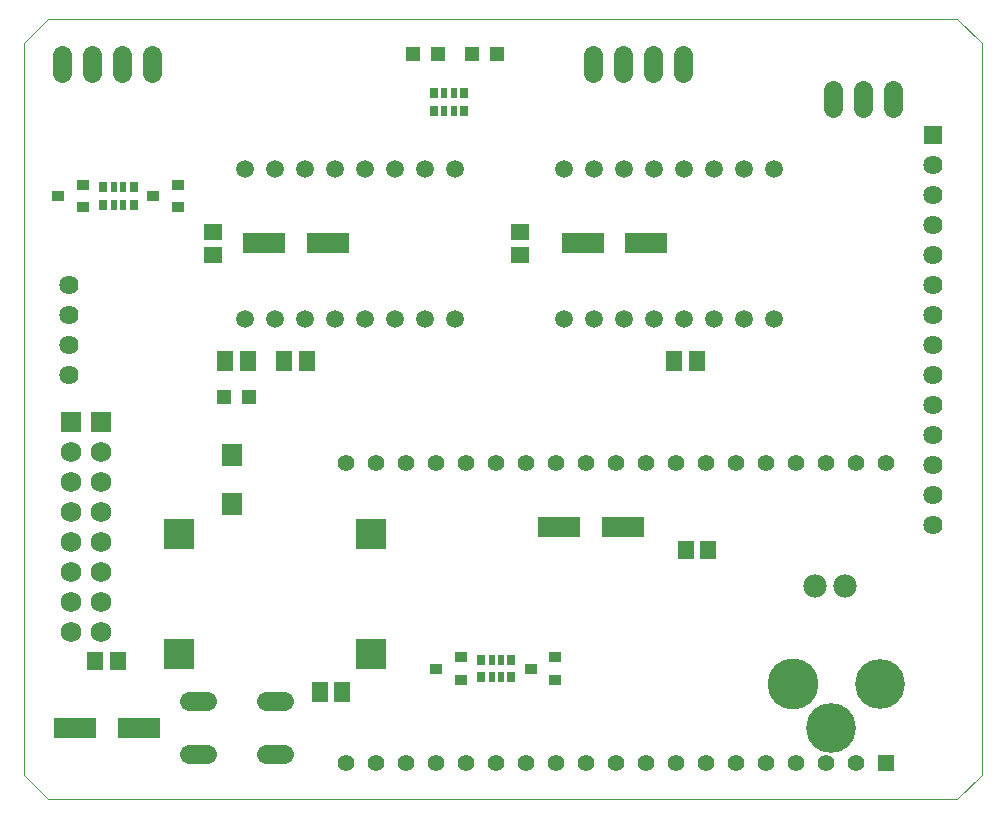
<source format=gts>
G75*
%MOIN*%
%OFA0B0*%
%FSLAX25Y25*%
%IPPOS*%
%LPD*%
%AMOC8*
5,1,8,0,0,1.08239X$1,22.5*
%
%ADD10C,0.00000*%
%ADD11C,0.06400*%
%ADD12R,0.06400X0.06400*%
%ADD13R,0.05550X0.05550*%
%ADD14C,0.05550*%
%ADD15C,0.05943*%
%ADD16R,0.05124X0.05124*%
%ADD17R,0.05518X0.06699*%
%ADD18R,0.06306X0.05518*%
%ADD19R,0.14180X0.06699*%
%ADD20C,0.16998*%
%ADD21C,0.16600*%
%ADD22C,0.07800*%
%ADD23R,0.05518X0.06306*%
%ADD24R,0.10400X0.10400*%
%ADD25C,0.06337*%
%ADD26C,0.06400*%
%ADD27R,0.07093X0.07487*%
%ADD28R,0.03943X0.03550*%
%ADD29R,0.02762X0.03550*%
%ADD30R,0.02369X0.03550*%
%ADD31R,0.06900X0.06900*%
%ADD32C,0.06900*%
D10*
X0001000Y0008874D02*
X0001000Y0252969D01*
X0008874Y0260843D01*
X0312024Y0260843D01*
X0320409Y0252969D01*
X0320409Y0008874D01*
X0312024Y0001000D01*
X0008874Y0001000D01*
X0001000Y0008874D01*
D11*
X0016039Y0142063D03*
X0016039Y0152063D03*
X0016039Y0162063D03*
X0016039Y0172063D03*
X0304150Y0172063D03*
X0304150Y0182063D03*
X0304150Y0192063D03*
X0304150Y0202063D03*
X0304150Y0212063D03*
X0304150Y0162063D03*
X0304150Y0152063D03*
X0304150Y0142063D03*
X0304150Y0132063D03*
X0304150Y0122063D03*
X0304150Y0112063D03*
X0304150Y0102063D03*
X0304150Y0092063D03*
D12*
X0304150Y0222063D03*
D13*
X0288402Y0012811D03*
D14*
X0278402Y0012811D03*
X0268402Y0012811D03*
X0258402Y0012811D03*
X0248402Y0012811D03*
X0238402Y0012811D03*
X0228402Y0012811D03*
X0218402Y0012811D03*
X0208402Y0012811D03*
X0198402Y0012811D03*
X0188402Y0012811D03*
X0178402Y0012811D03*
X0168402Y0012811D03*
X0158402Y0012811D03*
X0148402Y0012811D03*
X0138402Y0012811D03*
X0128402Y0012811D03*
X0118402Y0012811D03*
X0108402Y0012811D03*
X0108402Y0112811D03*
X0118402Y0112811D03*
X0128402Y0112811D03*
X0138402Y0112811D03*
X0148402Y0112811D03*
X0158402Y0112811D03*
X0168402Y0112811D03*
X0178402Y0112811D03*
X0188402Y0112811D03*
X0198402Y0112811D03*
X0208402Y0112811D03*
X0218402Y0112811D03*
X0228402Y0112811D03*
X0238402Y0112811D03*
X0248402Y0112811D03*
X0258402Y0112811D03*
X0268402Y0112811D03*
X0278402Y0112811D03*
X0288402Y0112811D03*
D15*
X0251039Y0160724D03*
X0241039Y0160724D03*
X0231039Y0160724D03*
X0221039Y0160724D03*
X0211039Y0160724D03*
X0201039Y0160724D03*
X0191039Y0160724D03*
X0181039Y0160724D03*
X0144740Y0160724D03*
X0134740Y0160724D03*
X0124740Y0160724D03*
X0114740Y0160724D03*
X0104740Y0160724D03*
X0094740Y0160724D03*
X0084740Y0160724D03*
X0074740Y0160724D03*
X0074740Y0210724D03*
X0084740Y0210724D03*
X0094740Y0210724D03*
X0104740Y0210724D03*
X0114740Y0210724D03*
X0124740Y0210724D03*
X0134740Y0210724D03*
X0144740Y0210724D03*
X0181039Y0210724D03*
X0191039Y0210724D03*
X0201039Y0210724D03*
X0211039Y0210724D03*
X0221039Y0210724D03*
X0231039Y0210724D03*
X0241039Y0210724D03*
X0251039Y0210724D03*
D16*
X0158677Y0249031D03*
X0150409Y0249031D03*
X0138992Y0249031D03*
X0130724Y0249031D03*
X0076000Y0134858D03*
X0067732Y0134858D03*
D17*
X0068126Y0146669D03*
X0075606Y0146669D03*
X0087811Y0146669D03*
X0095291Y0146669D03*
X0099622Y0036433D03*
X0107102Y0036433D03*
X0217732Y0146669D03*
X0225213Y0146669D03*
D18*
X0166354Y0182299D03*
X0166354Y0189780D03*
X0063992Y0189780D03*
X0063992Y0182299D03*
D19*
X0080921Y0186039D03*
X0102181Y0186039D03*
X0187220Y0186039D03*
X0208480Y0186039D03*
X0200606Y0091551D03*
X0179346Y0091551D03*
X0039189Y0024622D03*
X0017929Y0024622D03*
D20*
X0257387Y0039189D03*
D21*
X0269898Y0024380D03*
X0286209Y0039089D03*
D22*
X0274780Y0071866D03*
X0264780Y0071866D03*
D23*
X0229150Y0083677D03*
X0221669Y0083677D03*
X0032299Y0046669D03*
X0024819Y0046669D03*
D24*
X0052713Y0049169D03*
X0052713Y0089051D03*
X0116610Y0089051D03*
X0116610Y0049169D03*
D25*
X0087630Y0033480D02*
X0081693Y0033480D01*
X0081693Y0015764D02*
X0087630Y0015764D01*
X0062039Y0015764D02*
X0056102Y0015764D01*
X0056102Y0033480D02*
X0062039Y0033480D01*
D26*
X0270528Y0231031D02*
X0270528Y0237031D01*
X0280528Y0237031D02*
X0280528Y0231031D01*
X0290528Y0231031D02*
X0290528Y0237031D01*
X0220724Y0242843D02*
X0220724Y0248843D01*
X0210724Y0248843D02*
X0210724Y0242843D01*
X0200724Y0242843D02*
X0200724Y0248843D01*
X0190724Y0248843D02*
X0190724Y0242843D01*
X0043559Y0242843D02*
X0043559Y0248843D01*
X0033559Y0248843D02*
X0033559Y0242843D01*
X0023559Y0242843D02*
X0023559Y0248843D01*
X0013559Y0248843D02*
X0013559Y0242843D01*
D27*
X0070291Y0115370D03*
X0070291Y0099228D03*
D28*
X0138402Y0044307D03*
X0146669Y0040567D03*
X0146669Y0048047D03*
X0169898Y0044307D03*
X0178165Y0040567D03*
X0178165Y0048047D03*
X0052181Y0198047D03*
X0052181Y0205528D03*
X0043913Y0201787D03*
X0020685Y0198047D03*
X0020685Y0205528D03*
X0012417Y0201787D03*
D29*
X0027476Y0198835D03*
X0027476Y0204740D03*
X0037516Y0204740D03*
X0037516Y0198835D03*
X0137713Y0230331D03*
X0137713Y0236236D03*
X0147752Y0236236D03*
X0147752Y0230331D03*
X0153461Y0047260D03*
X0153461Y0041354D03*
X0163500Y0041354D03*
X0163500Y0047260D03*
D30*
X0160055Y0047260D03*
X0156906Y0047260D03*
X0156906Y0041354D03*
X0160055Y0041354D03*
X0034071Y0198835D03*
X0030921Y0198835D03*
X0030921Y0204740D03*
X0034071Y0204740D03*
X0141157Y0230331D03*
X0144307Y0230331D03*
X0144307Y0236236D03*
X0141157Y0236236D03*
D31*
X0026748Y0126551D03*
X0016748Y0126551D03*
D32*
X0016748Y0116551D03*
X0016748Y0106551D03*
X0016748Y0096551D03*
X0026748Y0096551D03*
X0026748Y0106551D03*
X0026748Y0116551D03*
X0026748Y0086551D03*
X0026748Y0076551D03*
X0026748Y0066551D03*
X0026748Y0056551D03*
X0016748Y0056551D03*
X0016748Y0066551D03*
X0016748Y0076551D03*
X0016748Y0086551D03*
M02*

</source>
